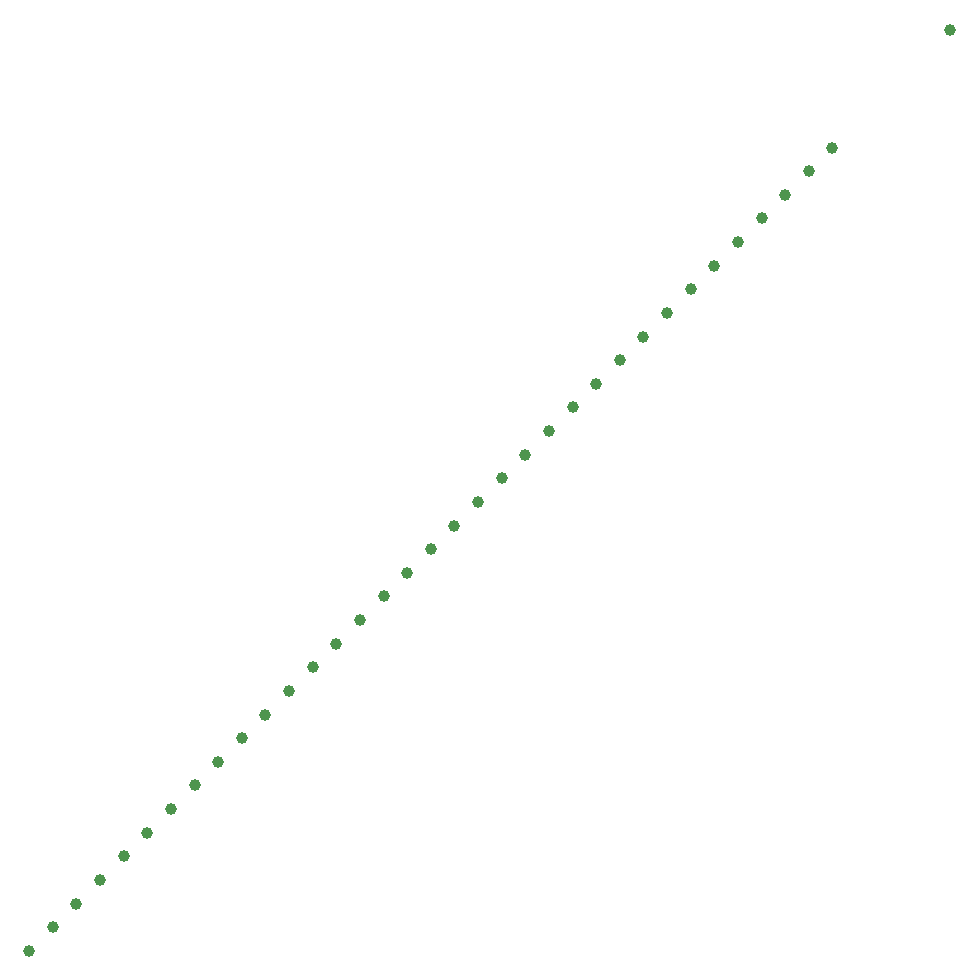
<source format=gbr>
G04 Examples for testing time performance of Gerber parsers*
%FSLAX26Y26*%
%MOMM*%
%ADD10C,1*%
%LPD*%
D10*
X0Y0D03*
X78000000Y78000000D03*
X2000000Y2000000D03*
X4000000Y4000000D03*
X6000000Y6000000D03*
X8000000Y8000000D03*
X10000000Y10000000D03*
X12000000Y12000000D03*
X14000000Y14000000D03*
X16000000Y16000000D03*
X18000000Y18000000D03*
X20000000Y20000000D03*
X22000000Y22000000D03*
X24000000Y24000000D03*
X26000000Y26000000D03*
X28000000Y28000000D03*
X30000000Y30000000D03*
X32000000Y32000000D03*
X34000000Y34000000D03*
X36000000Y36000000D03*
X38000000Y38000000D03*
X40000000Y40000000D03*
X42000000Y42000000D03*
X44000000Y44000000D03*
X46000000Y46000000D03*
X48000000Y48000000D03*
X50000000Y50000000D03*
X52000000Y52000000D03*
X54000000Y54000000D03*
X56000000Y56000000D03*
X58000000Y58000000D03*
X60000000Y60000000D03*
X62000000Y62000000D03*
X64000000Y64000000D03*
X66000000Y66000000D03*
X68000000Y68000000D03*
M02*

</source>
